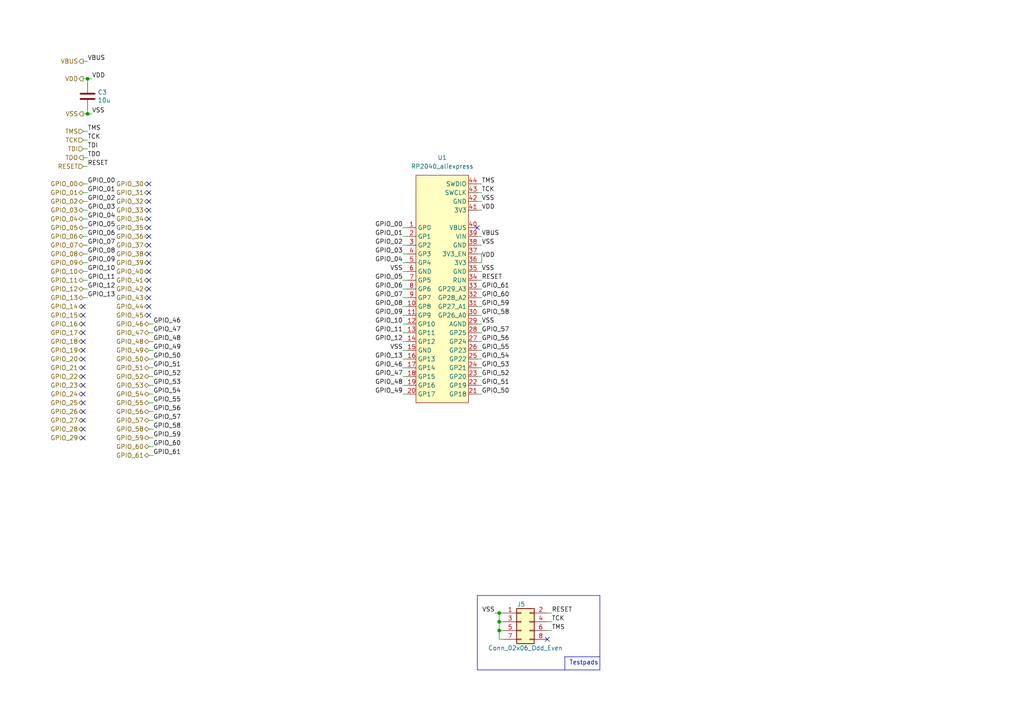
<source format=kicad_sch>
(kicad_sch (version 20230121) (generator eeschema)
  (paper "A4")
  (lib_symbols
    (symbol "Connector_Generic:Conn_02x04_Odd_Even" (pin_names (offset 1.016) hide)
      (property "Reference" "J" (at 1.27 5.08 0))
      (property "Value" "Conn_02x04_Odd_Even" (at 1.27 -7.62 0))
      (symbol "Conn_02x04_Odd_Even_1_1"
        (rectangle (start -1.27 -4.953) (end 0 -5.207) (stroke (width 0.1524)))
        (rectangle (start -1.27 -2.413) (end 0 -2.667) (stroke (width 0.1524)))
        (rectangle (start -1.27 0.127) (end 0 -0.127) (stroke (width 0.1524)))
        (rectangle (start -1.27 2.667) (end 0 2.413) (stroke (width 0.1524)))
        (rectangle (start -1.27 3.81) (end 3.81 -6.35) (stroke (width 0.254)) (fill (type background)))
        (rectangle (start 3.81 -4.953) (end 2.54 -5.207) (stroke (width 0.1524)))
        (rectangle (start 3.81 -2.413) (end 2.54 -2.667) (stroke (width 0.1524)))
        (rectangle (start 3.81 0.127) (end 2.54 -0.127) (stroke (width 0.1524)))
        (rectangle (start 3.81 2.667) (end 2.54 2.413) (stroke (width 0.1524)))
        (pin passive line (at -5.08 2.54 0) (length 3.81) (name "Pin_1") (number "1"))
        (pin passive line (at 7.62 2.54 180) (length 3.81) (name "Pin_2") (number "2"))
        (pin passive line (at -5.08 0 0) (length 3.81) (name "Pin_3") (number "3"))
        (pin passive line (at 7.62 0 180) (length 3.81) (name "Pin_4") (number "4"))
        (pin passive line (at -5.08 -2.54 0) (length 3.81) (name "Pin_5") (number "5"))
        (pin passive line (at 7.62 -2.54 180) (length 3.81) (name "Pin_6") (number "6"))
        (pin passive line (at -5.08 -5.08 0) (length 3.81) (name "Pin_7") (number "7"))
        (pin passive line (at 7.62 -5.08 180) (length 3.81) (name "Pin_8") (number "8"))
      )
    )
    (symbol "Device:C" (pin_numbers hide) (pin_names (offset 0.254))
      (property "Reference" "C" (at 0.635 2.54 0))
      (property "Value" "C" (at 0.635 -2.54 0))
      (symbol "C_0_1"
        (polyline (pts (xy -2.032 -0.762) (xy 2.032 -0.762)) (stroke (width 0.508)))
        (polyline (pts (xy -2.032 0.762) (xy 2.032 0.762)) (stroke (width 0.508)))
      )
      (symbol "C_1_1"
        (pin passive line (at 0 3.81 270) (length 2.794) (name "~") (number "1"))
        (pin passive line (at 0 -3.81 90) (length 2.794) (name "~") (number "2"))
      )
    )
    (symbol "SquantorModules:RP2040_aliexpress"
      (property "Reference" "U" (at 0 35.56 0))
      (property "Value" "RP2040_aliexpress" (at 1.27 -33.02 0))
      (symbol "RP2040_aliexpress_0_1"
        (rectangle (start -7.62 34.29) (end 7.62 -31.75) (fill (type background)))
      )
      (symbol "RP2040_aliexpress_1_1"
        (pin bidirectional line (at -10.16 19.05 0) (length 2.54) (name "GP0") (number "1"))
        (pin bidirectional line (at -10.16 -3.81 0) (length 2.54) (name "GP8") (number "10"))
        (pin bidirectional line (at -10.16 -6.35 0) (length 2.54) (name "GP9") (number "11"))
        (pin bidirectional line (at -10.16 -8.89 0) (length 2.54) (name "GP10") (number "12"))
        (pin bidirectional line (at -10.16 -11.43 0) (length 2.54) (name "GP11") (number "13"))
        (pin bidirectional line (at -10.16 -13.97 0) (length 2.54) (name "GP12") (number "14"))
        (pin power_in line (at -10.16 -16.51 0) (length 2.54) (name "GND") (number "15"))
        (pin bidirectional line (at -10.16 -19.05 0) (length 2.54) (name "GP13") (number "16"))
        (pin bidirectional line (at -10.16 -21.59 0) (length 2.54) (name "GP14") (number "17"))
        (pin bidirectional line (at -10.16 -24.13 0) (length 2.54) (name "GP15") (number "18"))
        (pin bidirectional line (at -10.16 -26.67 0) (length 2.54) (name "GP16") (number "19"))
        (pin bidirectional line (at -10.16 16.51 0) (length 2.54) (name "GP1") (number "2"))
        (pin bidirectional line (at -10.16 -29.21 0) (length 2.54) (name "GP17") (number "20"))
        (pin bidirectional line (at 10.16 -29.21 180) (length 2.54) (name "GP18") (number "21"))
        (pin bidirectional line (at 10.16 -26.67 180) (length 2.54) (name "GP19") (number "22"))
        (pin bidirectional line (at 10.16 -24.13 180) (length 2.54) (name "GP20") (number "23"))
        (pin bidirectional line (at 10.16 -21.59 180) (length 2.54) (name "GP21") (number "24"))
        (pin bidirectional line (at 10.16 -19.05 180) (length 2.54) (name "GP22") (number "25"))
        (pin bidirectional line (at 10.16 -16.51 180) (length 2.54) (name "GP23") (number "26"))
        (pin bidirectional line (at 10.16 -13.97 180) (length 2.54) (name "GP24") (number "27"))
        (pin bidirectional line (at 10.16 -11.43 180) (length 2.54) (name "GP25") (number "28"))
        (pin power_in line (at 10.16 -8.89 180) (length 2.54) (name "AGND") (number "29"))
        (pin bidirectional line (at -10.16 13.97 0) (length 2.54) (name "GP2") (number "3"))
        (pin bidirectional line (at 10.16 -6.35 180) (length 2.54) (name "GP26_A0") (number "30"))
        (pin bidirectional line (at 10.16 -3.81 180) (length 2.54) (name "GP27_A1") (number "31"))
        (pin bidirectional line (at 10.16 -1.27 180) (length 2.54) (name "GP28_A2") (number "32"))
        (pin bidirectional line (at 10.16 1.27 180) (length 2.54) (name "GP29_A3") (number "33"))
        (pin input line (at 10.16 3.81 180) (length 2.54) (name "RUN") (number "34"))
        (pin power_in line (at 10.16 6.35 180) (length 2.54) (name "GND") (number "35"))
        (pin power_out line (at 10.16 8.89 180) (length 2.54) (name "3V3") (number "36"))
        (pin input line (at 10.16 11.43 180) (length 2.54) (name "3V3_EN") (number "37"))
        (pin power_out line (at 10.16 13.97 180) (length 2.54) (name "GND") (number "38"))
        (pin power_out line (at 10.16 16.51 180) (length 2.54) (name "VIN") (number "39"))
        (pin bidirectional line (at -10.16 11.43 0) (length 2.54) (name "GP3") (number "4"))
        (pin power_out line (at 10.16 19.05 180) (length 2.54) (name "VBUS") (number "40"))
        (pin power_in line (at 10.16 24.13 180) (length 2.54) (name "3V3") (number "41"))
        (pin power_in line (at 10.16 26.67 180) (length 2.54) (name "GND") (number "42"))
        (pin input line (at 10.16 29.21 180) (length 2.54) (name "SWCLK") (number "43"))
        (pin bidirectional line (at 10.16 31.75 180) (length 2.54) (name "SWDIO") (number "44"))
        (pin bidirectional line (at -10.16 8.89 0) (length 2.54) (name "GP4") (number "5"))
        (pin power_in line (at -10.16 6.35 0) (length 2.54) (name "GND") (number "6"))
        (pin bidirectional line (at -10.16 3.81 0) (length 2.54) (name "GP5") (number "7"))
        (pin bidirectional line (at -10.16 1.27 0) (length 2.54) (name "GP6") (number "8"))
        (pin bidirectional line (at -10.16 -1.27 0) (length 2.54) (name "GP7") (number "9"))
      )
    )
  )
  (junction (at 144.78 177.8))
  (junction (at 144.78 180.34))
  (junction (at 144.78 182.88))
  (junction (at 25.4 33.02))
  (junction (at 25.4 22.86))
  (no_connect (at 24.13 109.22))
  (no_connect (at 43.18 91.44))
  (no_connect (at 24.13 96.52))
  (no_connect (at 43.18 73.66))
  (no_connect (at 24.13 119.38))
  (no_connect (at 24.13 111.76))
  (no_connect (at 24.13 91.44))
  (no_connect (at 24.13 114.3))
  (no_connect (at 43.18 81.28))
  (no_connect (at 138.43 66.04))
  (no_connect (at 43.18 60.96))
  (no_connect (at 24.13 121.92))
  (no_connect (at 43.18 86.36))
  (no_connect (at 43.18 55.88))
  (no_connect (at 24.13 104.14))
  (no_connect (at 24.13 93.98))
  (no_connect (at 43.18 58.42))
  (no_connect (at 24.13 116.84))
  (no_connect (at 43.18 66.04))
  (no_connect (at 24.13 106.68))
  (no_connect (at 43.18 71.12))
  (no_connect (at 24.13 101.6))
  (no_connect (at 24.13 124.46))
  (no_connect (at 24.13 88.9))
  (no_connect (at 24.13 127))
  (no_connect (at 43.18 76.2))
  (no_connect (at 43.18 68.58))
  (no_connect (at 43.18 83.82))
  (no_connect (at 43.18 63.5))
  (no_connect (at 43.18 88.9))
  (no_connect (at 43.18 53.34))
  (no_connect (at 158.75 185.42))
  (no_connect (at 24.13 99.06))
  (no_connect (at 43.18 78.74))
  (wire (pts (xy 138.43 111.76) (xy 139.7 111.76)))
  (wire (pts (xy 24.13 73.66) (xy 25.4 73.66)))
  (wire (pts (xy 116.84 109.22) (xy 118.11 109.22)))
  (wire (pts (xy 138.43 101.6) (xy 139.7 101.6)))
  (wire (pts (xy 144.78 177.8) (xy 144.78 180.34)))
  (wire (pts (xy 138.43 55.88) (xy 139.7 55.88)))
  (wire (pts (xy 116.84 83.82) (xy 118.11 83.82)))
  (wire (pts (xy 24.13 53.34) (xy 25.4 53.34)))
  (wire (pts (xy 138.43 96.52) (xy 139.7 96.52)))
  (wire (pts (xy 116.84 78.74) (xy 118.11 78.74)))
  (wire (pts (xy 158.75 182.88) (xy 160.02 182.88)))
  (wire (pts (xy 116.84 93.98) (xy 118.11 93.98)))
  (wire (pts (xy 24.13 66.04) (xy 25.4 66.04)))
  (wire (pts (xy 138.43 60.96) (xy 139.7 60.96)))
  (wire (pts (xy 138.43 109.22) (xy 139.7 109.22)))
  (wire (pts (xy 116.84 104.14) (xy 118.11 104.14)))
  (wire (pts (xy 24.13 17.78) (xy 25.4 17.78)))
  (polyline (pts (xy 138.43 194.31) (xy 173.99 194.31)))
  (wire (pts (xy 138.43 114.3) (xy 139.7 114.3)))
  (wire (pts (xy 24.13 81.28) (xy 25.4 81.28)))
  (wire (pts (xy 43.18 116.84) (xy 44.45 116.84)))
  (wire (pts (xy 26.67 33.02) (xy 25.4 33.02)))
  (wire (pts (xy 144.78 177.8) (xy 146.05 177.8)))
  (wire (pts (xy 43.18 111.76) (xy 44.45 111.76)))
  (wire (pts (xy 144.78 182.88) (xy 144.78 185.42)))
  (wire (pts (xy 116.84 66.04) (xy 118.11 66.04)))
  (wire (pts (xy 116.84 81.28) (xy 118.11 81.28)))
  (wire (pts (xy 116.84 106.68) (xy 118.11 106.68)))
  (wire (pts (xy 116.84 76.2) (xy 118.11 76.2)))
  (wire (pts (xy 24.13 60.96) (xy 25.4 60.96)))
  (wire (pts (xy 24.13 63.5) (xy 25.4 63.5)))
  (wire (pts (xy 24.13 33.02) (xy 25.4 33.02)))
  (wire (pts (xy 116.84 114.3) (xy 118.11 114.3)))
  (wire (pts (xy 158.75 180.34) (xy 160.02 180.34)))
  (wire (pts (xy 43.18 119.38) (xy 44.45 119.38)))
  (wire (pts (xy 138.43 68.58) (xy 139.7 68.58)))
  (wire (pts (xy 138.43 81.28) (xy 139.7 81.28)))
  (wire (pts (xy 24.13 71.12) (xy 25.4 71.12)))
  (wire (pts (xy 43.18 96.52) (xy 44.45 96.52)))
  (wire (pts (xy 43.18 104.14) (xy 44.45 104.14)))
  (wire (pts (xy 24.13 43.18) (xy 25.4 43.18)))
  (wire (pts (xy 116.84 99.06) (xy 118.11 99.06)))
  (wire (pts (xy 25.4 33.02) (xy 25.4 31.75)))
  (wire (pts (xy 144.78 180.34) (xy 144.78 182.88)))
  (wire (pts (xy 24.13 68.58) (xy 25.4 68.58)))
  (wire (pts (xy 158.75 177.8) (xy 160.02 177.8)))
  (wire (pts (xy 43.18 109.22) (xy 44.45 109.22)))
  (wire (pts (xy 43.18 101.6) (xy 44.45 101.6)))
  (wire (pts (xy 24.13 78.74) (xy 25.4 78.74)))
  (wire (pts (xy 43.18 132.08) (xy 44.45 132.08)))
  (polyline (pts (xy 173.99 193.04) (xy 173.99 172.72)))
  (wire (pts (xy 43.18 121.92) (xy 44.45 121.92)))
  (polyline (pts (xy 173.99 193.04) (xy 173.99 194.31)))
  (wire (pts (xy 25.4 40.64) (xy 24.13 40.64)))
  (wire (pts (xy 143.51 177.8) (xy 144.78 177.8)))
  (wire (pts (xy 138.43 91.44) (xy 139.7 91.44)))
  (wire (pts (xy 116.84 68.58) (xy 118.11 68.58)))
  (wire (pts (xy 43.18 106.68) (xy 44.45 106.68)))
  (wire (pts (xy 24.13 76.2) (xy 25.4 76.2)))
  (wire (pts (xy 144.78 182.88) (xy 146.05 182.88)))
  (wire (pts (xy 138.43 83.82) (xy 139.7 83.82)))
  (wire (pts (xy 138.43 86.36) (xy 139.7 86.36)))
  (wire (pts (xy 139.7 76.2) (xy 138.43 76.2)))
  (wire (pts (xy 24.13 83.82) (xy 25.4 83.82)))
  (wire (pts (xy 116.84 71.12) (xy 118.11 71.12)))
  (wire (pts (xy 24.13 55.88) (xy 25.4 55.88)))
  (wire (pts (xy 24.13 48.26) (xy 25.4 48.26)))
  (wire (pts (xy 43.18 114.3) (xy 44.45 114.3)))
  (wire (pts (xy 116.84 86.36) (xy 118.11 86.36)))
  (wire (pts (xy 25.4 45.72) (xy 24.13 45.72)))
  (wire (pts (xy 24.13 38.1) (xy 25.4 38.1)))
  (wire (pts (xy 138.43 99.06) (xy 139.7 99.06)))
  (wire (pts (xy 24.13 86.36) (xy 25.4 86.36)))
  (wire (pts (xy 43.18 93.98) (xy 44.45 93.98)))
  (wire (pts (xy 43.18 129.54) (xy 44.45 129.54)))
  (wire (pts (xy 138.43 53.34) (xy 139.7 53.34)))
  (wire (pts (xy 26.67 22.86) (xy 25.4 22.86)))
  (wire (pts (xy 116.84 88.9) (xy 118.11 88.9)))
  (wire (pts (xy 116.84 101.6) (xy 118.11 101.6)))
  (wire (pts (xy 24.13 22.86) (xy 25.4 22.86)))
  (wire (pts (xy 138.43 104.14) (xy 139.7 104.14)))
  (wire (pts (xy 138.43 88.9) (xy 139.7 88.9)))
  (wire (pts (xy 138.43 71.12) (xy 139.7 71.12)))
  (polyline (pts (xy 138.43 172.72) (xy 138.43 194.31)))
  (wire (pts (xy 138.43 58.42) (xy 139.7 58.42)))
  (wire (pts (xy 25.4 22.86) (xy 25.4 24.13)))
  (polyline (pts (xy 173.99 172.72) (xy 138.43 172.72)))
  (wire (pts (xy 43.18 124.46) (xy 44.45 124.46)))
  (polyline (pts (xy 163.83 190.5) (xy 163.83 194.31)))
  (wire (pts (xy 139.7 73.66) (xy 138.43 73.66)))
  (wire (pts (xy 116.84 96.52) (xy 118.11 96.52)))
  (wire (pts (xy 138.43 93.98) (xy 139.7 93.98)))
  (wire (pts (xy 43.18 127) (xy 44.45 127)))
  (wire (pts (xy 138.43 78.74) (xy 139.7 78.74)))
  (polyline (pts (xy 173.99 190.5) (xy 163.83 190.5)))
  (wire (pts (xy 144.78 180.34) (xy 146.05 180.34)))
  (wire (pts (xy 144.78 185.42) (xy 146.05 185.42)))
  (wire (pts (xy 24.13 58.42) (xy 25.4 58.42)))
  (wire (pts (xy 43.18 99.06) (xy 44.45 99.06)))
  (wire (pts (xy 116.84 73.66) (xy 118.11 73.66)))
  (wire (pts (xy 116.84 91.44) (xy 118.11 91.44)))
  (wire (pts (xy 116.84 111.76) (xy 118.11 111.76)))
  (wire (pts (xy 139.7 73.66) (xy 139.7 76.2)))
  (wire (pts (xy 138.43 106.68) (xy 139.7 106.68)))
  (text "Testpads" (at 165.1 193.04 0) (effects (font (size 1.27 1.27)) (justify left bottom)))
  (label "VBUS" (at 25.4 17.78 0))
  (label "VSS" (at 26.67 33.02 0))
  (label "GPIO_58" (at 139.7 91.44 0))
  (label "GPIO_11" (at 25.4 81.28 0))
  (label "GPIO_53" (at 44.45 111.76 0))
  (label "GPIO_08" (at 116.84 88.9 180))
  (label "RESET" (at 160.02 177.8 0))
  (label "GPIO_51" (at 139.7 111.76 0))
  (label "VDD" (at 139.7 74.93 0))
  (label "GPIO_03" (at 25.4 60.96 0))
  (label "GPIO_01" (at 25.4 55.88 0))
  (label "VSS" (at 143.51 177.8 180))
  (label "GPIO_01" (at 116.84 68.58 180))
  (label "GPIO_46" (at 44.45 93.98 0))
  (label "GPIO_47" (at 116.84 109.22 180))
  (label "TCK" (at 139.7 55.88 0))
  (label "GPIO_57" (at 44.45 121.92 0))
  (label "TCK" (at 25.4 40.64 0))
  (label "GPIO_59" (at 44.45 127 0))
  (label "VSS" (at 139.7 58.42 0))
  (label "GPIO_59" (at 139.7 88.9 0))
  (label "GPIO_50" (at 139.7 114.3 0))
  (label "GPIO_60" (at 44.45 129.54 0))
  (label "GPIO_02" (at 25.4 58.42 0))
  (label "GPIO_07" (at 25.4 71.12 0))
  (label "GPIO_52" (at 44.45 109.22 0))
  (label "GPIO_61" (at 44.45 132.08 0))
  (label "GPIO_49" (at 116.84 114.3 180))
  (label "GPIO_50" (at 44.45 104.14 0))
  (label "VBUS" (at 139.7 68.58 0))
  (label "GPIO_47" (at 44.45 96.52 0))
  (label "TMS" (at 139.7 53.34 0))
  (label "VDD" (at 139.7 60.96 0))
  (label "GPIO_13" (at 116.84 104.14 180))
  (label "GPIO_55" (at 44.45 116.84 0))
  (label "GPIO_06" (at 25.4 68.58 0))
  (label "GPIO_05" (at 116.84 81.28 180))
  (label "GPIO_11" (at 116.84 96.52 180))
  (label "TDO" (at 25.4 45.72 0))
  (label "GPIO_51" (at 44.45 106.68 0))
  (label "GPIO_10" (at 25.4 78.74 0))
  (label "GPIO_09" (at 116.84 91.44 180))
  (label "GPIO_13" (at 25.4 86.36 0))
  (label "GPIO_54" (at 44.45 114.3 0))
  (label "GPIO_58" (at 44.45 124.46 0))
  (label "VSS" (at 116.84 101.6 180))
  (label "GPIO_12" (at 25.4 83.82 0))
  (label "GPIO_02" (at 116.84 71.12 180))
  (label "GPIO_04" (at 25.4 63.5 0))
  (label "GPIO_48" (at 44.45 99.06 0))
  (label "GPIO_52" (at 139.7 109.22 0))
  (label "GPIO_57" (at 139.7 96.52 0))
  (label "TDI" (at 25.4 43.18 0))
  (label "GPIO_04" (at 116.84 76.2 180))
  (label "TMS" (at 160.02 182.88 0))
  (label "GPIO_54" (at 139.7 104.14 0))
  (label "GPIO_10" (at 116.84 93.98 180))
  (label "GPIO_61" (at 139.7 83.82 0))
  (label "GPIO_00" (at 116.84 66.04 180))
  (label "GPIO_03" (at 116.84 73.66 180))
  (label "GPIO_56" (at 139.7 99.06 0))
  (label "GPIO_46" (at 116.84 106.68 180))
  (label "GPIO_05" (at 25.4 66.04 0))
  (label "GPIO_06" (at 116.84 83.82 180))
  (label "GPIO_49" (at 44.45 101.6 0))
  (label "GPIO_12" (at 116.84 99.06 180))
  (label "VSS" (at 139.7 78.74 0))
  (label "VSS" (at 116.84 78.74 180))
  (label "GPIO_60" (at 139.7 86.36 0))
  (label "GPIO_53" (at 139.7 106.68 0))
  (label "VSS" (at 139.7 93.98 0))
  (label "GPIO_00" (at 25.4 53.34 0))
  (label "GPIO_08" (at 25.4 73.66 0))
  (label "TCK" (at 160.02 180.34 0))
  (label "GPIO_56" (at 44.45 119.38 0))
  (label "RESET" (at 139.7 81.28 0))
  (label "RESET" (at 25.4 48.26 0))
  (label "GPIO_48" (at 116.84 111.76 180))
  (label "GPIO_09" (at 25.4 76.2 0))
  (label "VSS" (at 139.7 71.12 0))
  (label "TMS" (at 25.4 38.1 0))
  (label "VDD" (at 26.67 22.86 0))
  (label "GPIO_55" (at 139.7 101.6 0))
  (label "GPIO_07" (at 116.84 86.36 180))
  (hierarchical_label "GPIO_30" (shape bidirectional) (at 43.18 53.34 180))
  (hierarchical_label "GPIO_12" (shape bidirectional) (at 24.13 83.82 180))
  (hierarchical_label "GPIO_15" (shape bidirectional) (at 24.13 91.44 180))
  (hierarchical_label "GPIO_39" (shape bidirectional) (at 43.18 76.2 180))
  (hierarchical_label "GPIO_21" (shape bidirectional) (at 24.13 106.68 180))
  (hierarchical_label "GPIO_40" (shape bidirectional) (at 43.18 78.74 180))
  (hierarchical_label "VSS" (shape output) (at 24.13 33.02 180))
  (hierarchical_label "GPIO_02" (shape bidirectional) (at 24.13 58.42 180))
  (hierarchical_label "TDI" (shape input) (at 24.13 43.18 180))
  (hierarchical_label "GPIO_35" (shape bidirectional) (at 43.18 66.04 180))
  (hierarchical_label "GPIO_03" (shape bidirectional) (at 24.13 60.96 180))
  (hierarchical_label "GPIO_20" (shape bidirectional) (at 24.13 104.14 180))
  (hierarchical_label "GPIO_17" (shape bidirectional) (at 24.13 96.52 180))
  (hierarchical_label "GPIO_32" (shape bidirectional) (at 43.18 58.42 180))
  (hierarchical_label "GPIO_60" (shape bidirectional) (at 43.18 129.54 180))
  (hierarchical_label "GPIO_05" (shape bidirectional) (at 24.13 66.04 180))
  (hierarchical_label "GPIO_48" (shape bidirectional) (at 43.18 99.06 180))
  (hierarchical_label "GPIO_11" (shape bidirectional) (at 24.13 81.28 180))
  (hierarchical_label "GPIO_06" (shape bidirectional) (at 24.13 68.58 180))
  (hierarchical_label "GPIO_23" (shape bidirectional) (at 24.13 111.76 180))
  (hierarchical_label "GPIO_34" (shape bidirectional) (at 43.18 63.5 180))
  (hierarchical_label "GPIO_27" (shape bidirectional) (at 24.13 121.92 180))
  (hierarchical_label "GPIO_22" (shape bidirectional) (at 24.13 109.22 180))
  (hierarchical_label "TCK" (shape input) (at 24.13 40.64 180))
  (hierarchical_label "GPIO_38" (shape bidirectional) (at 43.18 73.66 180))
  (hierarchical_label "GPIO_13" (shape bidirectional) (at 24.13 86.36 180))
  (hierarchical_label "GPIO_42" (shape bidirectional) (at 43.18 83.82 180))
  (hierarchical_label "VBUS" (shape output) (at 24.13 17.78 180))
  (hierarchical_label "GPIO_24" (shape bidirectional) (at 24.13 114.3 180))
  (hierarchical_label "GPIO_61" (shape bidirectional) (at 43.18 132.08 180))
  (hierarchical_label "TMS" (shape input) (at 24.13 38.1 180))
  (hierarchical_label "GPIO_43" (shape bidirectional) (at 43.18 86.36 180))
  (hierarchical_label "GPIO_10" (shape bidirectional) (at 24.13 78.74 180))
  (hierarchical_label "GPIO_00" (shape bidirectional) (at 24.13 53.34 180))
  (hierarchical_label "GPIO_37" (shape bidirectional) (at 43.18 71.12 180))
  (hierarchical_label "GPIO_55" (shape bidirectional) (at 43.18 116.84 180))
  (hierarchical_label "GPIO_41" (shape bidirectional) (at 43.18 81.28 180))
  (hierarchical_label "GPIO_25" (shape bidirectional) (at 24.13 116.84 180))
  (hierarchical_label "GPIO_04" (shape bidirectional) (at 24.13 63.5 180))
  (hierarchical_label "GPIO_47" (shape bidirectional) (at 43.18 96.52 180))
  (hierarchical_label "GPIO_45" (shape bidirectional) (at 43.18 91.44 180))
  (hierarchical_label "GPIO_46" (shape bidirectional) (at 43.18 93.98 180))
  (hierarchical_label "GPIO_19" (shape bidirectional) (at 24.13 101.6 180))
  (hierarchical_label "GPIO_36" (shape bidirectional) (at 43.18 68.58 180))
  (hierarchical_label "GPIO_14" (shape bidirectional) (at 24.13 88.9 180))
  (hierarchical_label "GPIO_07" (shape bidirectional) (at 24.13 71.12 180))
  (hierarchical_label "GPIO_51" (shape bidirectional) (at 43.18 106.68 180))
  (hierarchical_label "GPIO_52" (shape bidirectional) (at 43.18 109.22 180))
  (hierarchical_label "GPIO_49" (shape bidirectional) (at 43.18 101.6 180))
  (hierarchical_label "VDD" (shape output) (at 24.13 22.86 180))
  (hierarchical_label "GPIO_26" (shape bidirectional) (at 24.13 119.38 180))
  (hierarchical_label "RESET" (shape input) (at 24.13 48.26 180))
  (hierarchical_label "GPIO_44" (shape bidirectional) (at 43.18 88.9 180))
  (hierarchical_label "GPIO_01" (shape bidirectional) (at 24.13 55.88 180))
  (hierarchical_label "GPIO_28" (shape bidirectional) (at 24.13 124.46 180))
  (hierarchical_label "GPIO_53" (shape bidirectional) (at 43.18 111.76 180))
  (hierarchical_label "GPIO_33" (shape bidirectional) (at 43.18 60.96 180))
  (hierarchical_label "GPIO_16" (shape bidirectional) (at 24.13 93.98 180))
  (hierarchical_label "GPIO_50" (shape bidirectional) (at 43.18 104.14 180))
  (hierarchical_label "GPIO_56" (shape bidirectional) (at 43.18 119.38 180))
  (hierarchical_label "GPIO_58" (shape bidirectional) (at 43.18 124.46 180))
  (hierarchical_label "GPIO_18" (shape bidirectional) (at 24.13 99.06 180))
  (hierarchical_label "GPIO_59" (shape bidirectional) (at 43.18 127 180))
  (hierarchical_label "GPIO_31" (shape bidirectional) (at 43.18 55.88 180))
  (hierarchical_label "GPIO_54" (shape bidirectional) (at 43.18 114.3 180))
  (hierarchical_label "GPIO_29" (shape bidirectional) (at 24.13 127 180))
  (hierarchical_label "TDO" (shape output) (at 24.13 45.72 180))
  (hierarchical_label "GPIO_09" (shape bidirectional) (at 24.13 76.2 180))
  (hierarchical_label "GPIO_08" (shape bidirectional) (at 24.13 73.66 180))
  (hierarchical_label "GPIO_57" (shape bidirectional) (at 43.18 121.92 180))
  (symbol (lib_id "Device:C") (at 25.4 27.94 0) (unit 1)
    (property "Reference" "C3" (at 28.321 26.7716 0) (effects (justify left)))
    (property "Value" "10u" (at 28.321 29.083 0) (effects (justify left)))
    (property "Footprint" "SquantorCapacitor:C_0603" (effects hide))
  )
  (symbol (lib_id "Connector_Generic:Conn_02x04_Odd_Even") (at 151.13 180.34 0) (unit 1)
    (property "Reference" "J5" (at 151.13 175.26 0))
    (property "Value" "Conn_02x06_Odd_Even" (at 152.4 187.96 0))
    (property "Footprint" "SquantorConnectors:Header-0127-2X04-H006" (effects hide))
  )
  (symbol (lib_id "SquantorModules:RP2040_aliexpress") (at 128.27 85.09 0) (unit 1)
    (property "Reference" "U1" (at 128.27 45.72 0))
    (property "Value" "RP2040_aliexpress" (at 128.27 48.26 0))
    (property "Footprint" "SquantorModules:module_rp2040_aliexpress" (effects hide))
  )
)
</source>
